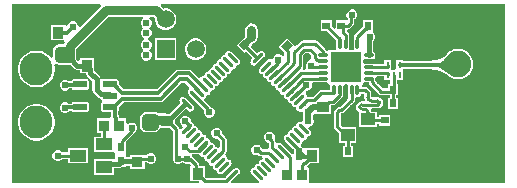
<source format=gtl>
G04*
G04 #@! TF.GenerationSoftware,Altium Limited,Altium Designer,22.10.1 (41)*
G04*
G04 Layer_Physical_Order=1*
G04 Layer_Color=255*
%FSTAX24Y24*%
%MOIN*%
G70*
G04*
G04 #@! TF.SameCoordinates,87BD3A09-32BE-4FA1-A735-6A54E07DCED2*
G04*
G04*
G04 #@! TF.FilePolarity,Positive*
G04*
G01*
G75*
%ADD18R,0.0394X0.0354*%
%ADD19R,0.0098X0.0217*%
%ADD20R,0.0252X0.0236*%
%ADD21R,0.0354X0.0394*%
G04:AMPARAMS|DCode=22|XSize=31.9mil|YSize=10.2mil|CornerRadius=1.3mil|HoleSize=0mil|Usage=FLASHONLY|Rotation=0.000|XOffset=0mil|YOffset=0mil|HoleType=Round|Shape=RoundedRectangle|*
%AMROUNDEDRECTD22*
21,1,0.0319,0.0077,0,0,0.0*
21,1,0.0293,0.0102,0,0,0.0*
1,1,0.0026,0.0147,-0.0038*
1,1,0.0026,-0.0147,-0.0038*
1,1,0.0026,-0.0147,0.0038*
1,1,0.0026,0.0147,0.0038*
%
%ADD22ROUNDEDRECTD22*%
G04:AMPARAMS|DCode=23|XSize=31.9mil|YSize=10.2mil|CornerRadius=1.3mil|HoleSize=0mil|Usage=FLASHONLY|Rotation=90.000|XOffset=0mil|YOffset=0mil|HoleType=Round|Shape=RoundedRectangle|*
%AMROUNDEDRECTD23*
21,1,0.0319,0.0077,0,0,90.0*
21,1,0.0293,0.0102,0,0,90.0*
1,1,0.0026,0.0038,0.0147*
1,1,0.0026,0.0038,-0.0147*
1,1,0.0026,-0.0038,-0.0147*
1,1,0.0026,-0.0038,0.0147*
%
%ADD23ROUNDEDRECTD23*%
%ADD24R,0.0236X0.0252*%
%ADD25R,0.0236X0.0295*%
%ADD26R,0.0472X0.0394*%
G04:AMPARAMS|DCode=27|XSize=11.8mil|YSize=47.2mil|CornerRadius=0mil|HoleSize=0mil|Usage=FLASHONLY|Rotation=135.000|XOffset=0mil|YOffset=0mil|HoleType=Round|Shape=Round|*
%AMOVALD27*
21,1,0.0354,0.0118,0.0000,0.0000,225.0*
1,1,0.0118,0.0125,0.0125*
1,1,0.0118,-0.0125,-0.0125*
%
%ADD27OVALD27*%

G04:AMPARAMS|DCode=28|XSize=11.8mil|YSize=47.2mil|CornerRadius=0mil|HoleSize=0mil|Usage=FLASHONLY|Rotation=225.000|XOffset=0mil|YOffset=0mil|HoleType=Round|Shape=Round|*
%AMOVALD28*
21,1,0.0354,0.0118,0.0000,0.0000,315.0*
1,1,0.0118,-0.0125,0.0125*
1,1,0.0118,0.0125,-0.0125*
%
%ADD28OVALD28*%

%ADD29R,0.0335X0.0374*%
%ADD30R,0.0374X0.0335*%
%ADD31R,0.0551X0.0394*%
G04:AMPARAMS|DCode=32|XSize=47.6mil|YSize=23.2mil|CornerRadius=2.9mil|HoleSize=0mil|Usage=FLASHONLY|Rotation=0.000|XOffset=0mil|YOffset=0mil|HoleType=Round|Shape=RoundedRectangle|*
%AMROUNDEDRECTD32*
21,1,0.0476,0.0174,0,0,0.0*
21,1,0.0418,0.0232,0,0,0.0*
1,1,0.0058,0.0209,-0.0087*
1,1,0.0058,-0.0209,-0.0087*
1,1,0.0058,-0.0209,0.0087*
1,1,0.0058,0.0209,0.0087*
%
%ADD32ROUNDEDRECTD32*%
G04:AMPARAMS|DCode=33|XSize=23.6mil|YSize=29.5mil|CornerRadius=0mil|HoleSize=0mil|Usage=FLASHONLY|Rotation=315.000|XOffset=0mil|YOffset=0mil|HoleType=Round|Shape=Rectangle|*
%AMROTATEDRECTD33*
4,1,4,-0.0188,-0.0021,0.0021,0.0188,0.0188,0.0021,-0.0021,-0.0188,-0.0188,-0.0021,0.0*
%
%ADD33ROTATEDRECTD33*%

G04:AMPARAMS|DCode=34|XSize=25.2mil|YSize=23.6mil|CornerRadius=0mil|HoleSize=0mil|Usage=FLASHONLY|Rotation=45.000|XOffset=0mil|YOffset=0mil|HoleType=Round|Shape=Rectangle|*
%AMROTATEDRECTD34*
4,1,4,-0.0006,-0.0173,-0.0173,-0.0006,0.0006,0.0173,0.0173,0.0006,-0.0006,-0.0173,0.0*
%
%ADD34ROTATEDRECTD34*%

%ADD35R,0.1024X0.1024*%
%ADD36C,0.1004*%
%ADD37C,0.0886*%
%ADD38C,0.1102*%
%ADD39R,0.0594X0.0594*%
%ADD40C,0.0594*%
%ADD41C,0.0100*%
%ADD42C,0.0119*%
%ADD43C,0.0150*%
%ADD44C,0.0200*%
%ADD45C,0.0118*%
%ADD46C,0.0300*%
%ADD47C,0.0118*%
%ADD48C,0.0240*%
G36*
X022949Y005322D02*
X01648D01*
X016433Y005353D01*
X016433Y005382D01*
Y005847D01*
X016385D01*
X016367Y005907D01*
X016376Y005913D01*
X016456Y005993D01*
X016771D01*
Y006507D01*
X016297D01*
X016297Y006507D01*
X01624Y006514D01*
X016202Y006553D01*
X01617Y006566D01*
X016166Y006633D01*
X016181Y006643D01*
X016208Y006682D01*
X016217Y006729D01*
X016235Y006747D01*
X016281Y006756D01*
X016321Y006782D01*
X016347Y006822D01*
X016356Y006868D01*
X016374Y006886D01*
X01642Y006895D01*
X01646Y006921D01*
X016486Y006961D01*
X016495Y007007D01*
X016486Y007054D01*
X01646Y007093D01*
X016393Y00716D01*
X016418Y00722D01*
X016436D01*
X016502Y007247D01*
X016553Y007298D01*
X01658Y007364D01*
Y007436D01*
X016563Y007477D01*
Y007596D01*
X016617Y007639D01*
X016643Y007629D01*
Y007629D01*
X017157D01*
Y007938D01*
X017233D01*
X017233Y007938D01*
X017276Y007946D01*
X017312Y007971D01*
X017531Y00819D01*
X017531Y00819D01*
X017556Y008226D01*
X017564Y008269D01*
Y008277D01*
X017566Y008286D01*
Y008579D01*
X017613Y008628D01*
X017687D01*
X017734Y008579D01*
Y008286D01*
X017735Y008283D01*
Y008168D01*
X017442Y007875D01*
X017434D01*
X017434Y007875D01*
X017391Y007866D01*
X017354Y007842D01*
X017354Y007842D01*
X01729Y007778D01*
X017266Y007741D01*
X017257Y007698D01*
X017257Y007698D01*
Y007214D01*
X017257Y007213D01*
X017266Y007171D01*
X01729Y007134D01*
X017412Y007012D01*
X017412Y007012D01*
X017419Y007007D01*
Y006687D01*
X017615D01*
Y006586D01*
X017549D01*
Y006214D01*
X017905D01*
Y006586D01*
X017839D01*
Y006687D01*
X018012D01*
Y007201D01*
X017579D01*
X017569Y007203D01*
X017569Y007203D01*
X017538D01*
X017481Y00726D01*
Y007593D01*
X017488Y007651D01*
X017531Y007659D01*
X017568Y007683D01*
X017926Y008042D01*
X017926Y008042D01*
X01795Y008078D01*
X017959Y008121D01*
Y008162D01*
X018005Y008211D01*
X018082D01*
X01811Y008217D01*
X018135Y008233D01*
X018151Y008257D01*
X018156Y008286D01*
Y00832D01*
X018261D01*
X018272Y008309D01*
Y008186D01*
X018271D01*
X018284Y008118D01*
X018251Y008058D01*
X018182D01*
Y008059D01*
X018111Y008045D01*
X018052Y008005D01*
X018012Y007946D01*
X017998Y007876D01*
X018012Y007805D01*
X018052Y007746D01*
X018052Y007746D01*
X018064Y007737D01*
X018088Y007713D01*
Y007199D01*
X018681D01*
Y007311D01*
X018764D01*
Y007245D01*
X019136D01*
Y007601D01*
X018764D01*
Y007535D01*
X018681D01*
Y007713D01*
X018497D01*
X018485Y007773D01*
X018518Y007833D01*
X018722D01*
Y007832D01*
X018792Y007846D01*
X018852Y007886D01*
X018892Y007945D01*
X018906Y008016D01*
X018892Y008086D01*
X018852Y008145D01*
X018792Y008185D01*
X018722Y008199D01*
Y008198D01*
X018497D01*
Y008355D01*
X018488Y008398D01*
X018464Y008434D01*
X018464Y008434D01*
X018419Y008479D01*
X018419Y008479D01*
X018387Y008512D01*
X01835Y008536D01*
X018307Y008544D01*
X018307Y008544D01*
X018206D01*
X018195Y008572D01*
X018222Y008628D01*
X018222D01*
Y008647D01*
X018271Y008694D01*
X018414D01*
X018422Y008656D01*
X018446Y008619D01*
X018766Y008299D01*
X018803Y008275D01*
X018846Y008266D01*
X018846Y008266D01*
X019049D01*
Y008264D01*
X019115D01*
Y008186D01*
X019049D01*
Y007814D01*
X019405D01*
Y008186D01*
X019339D01*
Y008264D01*
X019405D01*
Y008636D01*
X019362D01*
Y008764D01*
X019556D01*
Y008911D01*
Y00914D01*
X020266D01*
X02049Y009125D01*
X020604Y009109D01*
X020707Y009089D01*
X020799Y009065D01*
X020879Y009037D01*
X020948Y009006D01*
X020991Y00898D01*
X021013Y008963D01*
X021045Y008935D01*
X021046Y008934D01*
X02105Y008931D01*
X021065Y008918D01*
X021068Y008917D01*
X021083Y008906D01*
X021102Y008892D01*
D01*
X021138Y008863D01*
X021147Y008861D01*
X021153Y008855D01*
X021196Y008837D01*
D01*
X021217Y008828D01*
D01*
X02126Y00881D01*
X021269D01*
X021276Y008806D01*
X021322Y0088D01*
X021346Y008797D01*
X021392Y008791D01*
X0214Y008793D01*
X021408Y008791D01*
X021524Y008806D01*
X02153Y00881D01*
D01*
X021531Y00881D01*
X02154D01*
X021583Y008828D01*
D01*
X021647Y008855D01*
X021653Y00886D01*
D01*
X021653Y008861D01*
X021655Y008861D01*
D01*
X021662Y008863D01*
X021671Y008871D01*
X021698Y008892D01*
D01*
X021754Y008934D01*
X021758Y008941D01*
D01*
X021758Y008942D01*
X021766Y008946D01*
X021794Y008983D01*
D01*
X021837Y009038D01*
X021839Y009045D01*
D01*
X021839Y009047D01*
X021841Y009049D01*
X021845Y009053D01*
X02189Y00916D01*
Y009168D01*
D01*
Y009169D01*
X021894Y009176D01*
X0219Y009222D01*
D01*
X021909Y009292D01*
X021907Y009299D01*
D01*
X021907Y0093D01*
X021909Y009308D01*
X021904Y009346D01*
X021894Y009424D01*
X02189Y00943D01*
D01*
X02189Y009431D01*
Y009432D01*
Y00944D01*
X021872Y009483D01*
D01*
X021863Y009504D01*
X021845Y009547D01*
X021839Y009553D01*
X021837Y009562D01*
X021835Y009564D01*
X021794Y009617D01*
X021766Y009654D01*
X021758Y009658D01*
X021758Y009659D01*
D01*
X021754Y009666D01*
X021662Y009737D01*
X021655Y009739D01*
D01*
X021653Y009739D01*
X021647Y009745D01*
X021604Y009763D01*
D01*
X02154Y00979D01*
X021531D01*
X021524Y009794D01*
X021478Y0098D01*
D01*
X021408Y009809D01*
X0214Y009807D01*
X021392Y009809D01*
X021346Y009803D01*
X021276Y009794D01*
D01*
X021269Y00979D01*
X02126D01*
X021166Y009751D01*
X021153Y009745D01*
X021147Y009739D01*
X021145Y009739D01*
D01*
X021138Y009737D01*
X021046Y009666D01*
X021042Y009659D01*
D01*
X021042Y009658D01*
X021037Y009656D01*
X021034Y009654D01*
X021016Y009631D01*
X021014Y00963D01*
D01*
X020984Y009597D01*
D01*
X020971Y009584D01*
X020918Y009546D01*
X020854Y00951D01*
X020777Y009479D01*
X020689Y009452D01*
X020589Y00943D01*
X020477Y009412D01*
X020247Y009394D01*
X019556D01*
Y009436D01*
X019503D01*
X019496Y009438D01*
X019398D01*
X019391Y009436D01*
X019338D01*
Y009382D01*
X019335Y009376D01*
Y009316D01*
X019325Y009291D01*
Y009267D01*
Y009243D01*
X019335Y009219D01*
Y009159D01*
X019311Y009101D01*
X019162D01*
Y009195D01*
X019165Y00921D01*
Y009267D01*
X019162Y009282D01*
Y009436D01*
X018944D01*
Y009312D01*
X018567D01*
X018564Y009313D01*
X018271D01*
X018222Y00936D01*
Y009434D01*
X018271Y009481D01*
X018361D01*
X018381Y009468D01*
X018434Y009457D01*
X018487Y009468D01*
X018507Y009481D01*
X018564D01*
X018593Y009487D01*
X018617Y009503D01*
X018633Y009527D01*
X018639Y009555D01*
Y009632D01*
X018633Y00966D01*
X018617Y009685D01*
X018593Y009701D01*
X018571Y009705D01*
Y010067D01*
X018603Y010098D01*
X01863Y010164D01*
Y010236D01*
X018603Y010302D01*
X018593Y010312D01*
X018578Y010366D01*
X018578Y010366D01*
X018578D01*
X018578Y010366D01*
Y010781D01*
X018222D01*
Y010554D01*
X017964Y010297D01*
X01794Y01026D01*
X017932Y010217D01*
X017932Y010217D01*
Y010117D01*
X017931Y010114D01*
Y009821D01*
X017884Y009772D01*
X01781D01*
X017763Y009821D01*
Y010114D01*
X017761Y010123D01*
Y010277D01*
X017761Y010277D01*
X017752Y01032D01*
X017728Y010356D01*
X017728Y010356D01*
X017688Y010396D01*
Y010424D01*
X017727Y010465D01*
X01777Y010473D01*
X017806Y010497D01*
X017909Y010601D01*
X017909Y010601D01*
X017934Y010637D01*
X017942Y01068D01*
Y010792D01*
X017953Y010796D01*
X018004Y010847D01*
X018031Y010913D01*
Y010985D01*
X018004Y011051D01*
X017953Y011102D01*
X017887Y011129D01*
X017815D01*
X017749Y011102D01*
X017698Y011051D01*
X017671Y010985D01*
Y010913D01*
X017698Y010847D01*
X017718Y010828D01*
Y010802D01*
X017686Y010755D01*
X017314D01*
Y010508D01*
X017259Y010485D01*
X017186Y010557D01*
Y010755D01*
X016814D01*
Y010399D01*
X017027D01*
X01734Y010086D01*
Y009969D01*
X01734Y009969D01*
X017341Y009965D01*
Y009821D01*
X017293Y009772D01*
X017078D01*
Y009772D01*
X017025Y009736D01*
X016992Y009754D01*
X016986Y009785D01*
X016962Y009821D01*
X016962Y009821D01*
X01672Y010062D01*
X016684Y010087D01*
X016641Y010095D01*
X016641Y010095D01*
X016231D01*
X016231Y010095D01*
X016189Y010087D01*
X016152Y010062D01*
X016152Y010062D01*
X016016Y009926D01*
X015963Y009911D01*
X015711Y010163D01*
X015417Y009869D01*
X015584Y009703D01*
X01559Y009693D01*
X015607Y009676D01*
Y009669D01*
X015607Y009669D01*
X015607Y009669D01*
Y009576D01*
X015574Y009561D01*
X015547Y009558D01*
X015502Y009603D01*
X015436Y00963D01*
X015364D01*
X015298Y009603D01*
X015247Y009552D01*
X015223Y009493D01*
X015201Y009475D01*
X015188Y009469D01*
X01516Y009459D01*
X015121Y009467D01*
X015075Y009458D01*
X015035Y009431D01*
X014785Y009181D01*
X014759Y009142D01*
X014749Y009095D01*
X014759Y009049D01*
X014785Y009009D01*
X014824Y008983D01*
X014871Y008974D01*
X014888Y008956D01*
X014898Y008909D01*
X014924Y00887D01*
X014963Y008844D01*
X01501Y008834D01*
X015028Y008817D01*
X015037Y00877D01*
X015063Y008731D01*
X015103Y008705D01*
X015149Y008695D01*
X015167Y008677D01*
X015176Y008631D01*
X015202Y008592D01*
X015242Y008565D01*
X015288Y008556D01*
X015306Y008538D01*
X015315Y008492D01*
X015342Y008452D01*
X015381Y008426D01*
X015427Y008417D01*
X015445Y008399D01*
X015455Y008353D01*
X015481Y008313D01*
X01552Y008287D01*
X015567Y008278D01*
X015584Y00826D01*
X015594Y008213D01*
X01562Y008174D01*
X015659Y008148D01*
X015706Y008138D01*
X015724Y008121D01*
X015733Y008074D01*
X015759Y008035D01*
X015799Y008009D01*
X015845Y007999D01*
X015863Y007982D01*
X015872Y007935D01*
X015898Y007896D01*
X015938Y007869D01*
X015984Y00786D01*
X016002Y007842D01*
X016011Y007796D01*
X016038Y007756D01*
X016077Y00773D01*
X016123Y007721D01*
X01616Y007728D01*
X016197Y007709D01*
X01622Y007691D01*
Y007664D01*
X016237Y007623D01*
Y007477D01*
X01622Y007436D01*
Y007409D01*
X016197Y007391D01*
X01616Y007372D01*
X016123Y007379D01*
X016077Y00737D01*
X016038Y007344D01*
X016011Y007304D01*
X016002Y007258D01*
X015984Y00724D01*
X015938Y007231D01*
X015898Y007204D01*
X015872Y007165D01*
X015863Y007118D01*
X015845Y007101D01*
X015799Y007091D01*
X015759Y007065D01*
X015733Y007026D01*
X015724Y006979D01*
X015706Y006962D01*
X015659Y006952D01*
X01562Y006926D01*
X015594Y006887D01*
X015584Y00684D01*
X015594Y006794D01*
X01562Y006754D01*
X015871Y006504D01*
X015895Y006487D01*
X015928Y006455D01*
X01592Y006436D01*
Y006364D01*
X015931Y006336D01*
X015919Y006305D01*
X015906Y006298D01*
X015851Y006291D01*
X015791Y006352D01*
X01579Y006358D01*
X015764Y006397D01*
X015513Y006648D01*
X015474Y006674D01*
X015427Y006683D01*
X015381Y006674D01*
X015372Y006668D01*
X015312Y0067D01*
Y006737D01*
X015304Y006779D01*
X015285Y006808D01*
X015292Y006826D01*
Y006898D01*
X015265Y006964D01*
X015214Y007015D01*
X015148Y007042D01*
X015076D01*
X01501Y007015D01*
X01496Y006964D01*
X014932Y006898D01*
Y006826D01*
X01496Y00676D01*
X01501Y00671D01*
X015076Y006682D01*
X015088D01*
Y006521D01*
X015086Y006509D01*
X015036Y006462D01*
X014868D01*
Y006474D01*
X01484Y00654D01*
X01479Y00659D01*
X014724Y006618D01*
X014652D01*
X014586Y00659D01*
X014535Y00654D01*
X014508Y006474D01*
Y006402D01*
X014535Y006336D01*
X014586Y006285D01*
X014652Y006258D01*
X014724D01*
X014742Y006265D01*
X014771Y006246D01*
X014813Y006238D01*
X014813Y006238D01*
X014857D01*
X014872Y00622D01*
X014895Y006178D01*
X014888Y006144D01*
X014871Y006126D01*
X014824Y006117D01*
X014785Y006091D01*
X014759Y006051D01*
X014749Y006005D01*
X014732Y005987D01*
X014685Y005978D01*
X014646Y005952D01*
X014619Y005912D01*
X01461Y005866D01*
X014592Y005848D01*
X014546Y005839D01*
X014506Y005812D01*
X01448Y005773D01*
X014471Y005727D01*
X01448Y00568D01*
X014506Y005641D01*
X014757Y00539D01*
X014769Y005382D01*
X014751Y005322D01*
X013849D01*
X013831Y005382D01*
X013843Y00539D01*
X014094Y005641D01*
X01412Y00568D01*
X014129Y005727D01*
X01412Y005773D01*
X014094Y005812D01*
X014054Y005839D01*
X014008Y005848D01*
X013961Y005839D01*
X013922Y005812D01*
X013671Y005562D01*
X013655Y005537D01*
X01362Y005502D01*
X013003D01*
X012953Y005552D01*
Y005907D01*
X012762D01*
Y00595D01*
X012754Y005993D01*
X012729Y006029D01*
X012729Y006029D01*
X012556Y006202D01*
X01252Y006227D01*
X012516Y006235D01*
X012545Y006288D01*
X01275D01*
X01275Y006288D01*
X01281Y006265D01*
X012836Y006225D01*
X012876Y006199D01*
X012922Y00619D01*
X01294Y006172D01*
X012949Y006126D01*
X012975Y006086D01*
X013015Y00606D01*
X013061Y006051D01*
X013079Y006033D01*
X013088Y005986D01*
X013115Y005947D01*
X013154Y005921D01*
X0132Y005911D01*
X013218Y005894D01*
X013227Y005847D01*
X013254Y005808D01*
X013293Y005781D01*
X01334Y005772D01*
X013357Y005754D01*
X013367Y005708D01*
X013393Y005669D01*
X013432Y005642D01*
X013479Y005633D01*
X013525Y005642D01*
X013565Y005669D01*
X013815Y005919D01*
X013841Y005958D01*
X013851Y006005D01*
X013841Y006051D01*
X013815Y006091D01*
X013776Y006117D01*
X013729Y006126D01*
X013712Y006144D01*
X013702Y006191D01*
X013676Y00623D01*
X013655Y006244D01*
X013639Y006312D01*
X013647Y00632D01*
X013647Y00632D01*
X013671Y006357D01*
X01368Y0064D01*
X01368Y0064D01*
Y006782D01*
X01368Y006782D01*
X013671Y006825D01*
X013647Y006862D01*
X013647Y006862D01*
X01353Y006978D01*
Y007036D01*
X013503Y007102D01*
X013452Y007153D01*
X013386Y00718D01*
X013314D01*
X013248Y007153D01*
X013197Y007102D01*
X01317Y007036D01*
Y006964D01*
X013197Y006898D01*
X013248Y006847D01*
X013314Y00682D01*
X013371D01*
X013455Y006736D01*
Y00653D01*
X013409Y006513D01*
X013395Y00651D01*
X013358Y006535D01*
X013312Y006544D01*
X013294Y006562D01*
X013285Y006608D01*
X013258Y006648D01*
X013219Y006674D01*
X013173Y006683D01*
X013155Y006701D01*
X013145Y006747D01*
X013119Y006787D01*
X01308Y006813D01*
X013033Y006822D01*
X013016Y00684D01*
X013006Y006887D01*
X01298Y006926D01*
X012941Y006952D01*
X012894Y006962D01*
X012876Y006979D01*
X012867Y007026D01*
X012841Y007065D01*
X012801Y007091D01*
X012755Y007101D01*
X012737Y007118D01*
X012728Y007165D01*
X012702Y007204D01*
X012662Y007231D01*
X012616Y00724D01*
X012598Y007258D01*
X012589Y007304D01*
X012562Y007344D01*
X012523Y00737D01*
X01248Y007378D01*
X01248Y007379D01*
Y007436D01*
X012453Y007502D01*
X012402Y007553D01*
X012336Y00758D01*
X012264D01*
X012198Y007553D01*
X012147Y007502D01*
X01212Y007436D01*
Y007364D01*
X012147Y007298D01*
X012198Y007247D01*
X012206Y007244D01*
X01222Y007173D01*
X012178Y007131D01*
X01217Y007131D01*
X012114Y007152D01*
X01211Y007171D01*
X012086Y007208D01*
X011957Y007337D01*
Y007458D01*
X012323Y007824D01*
X012391Y007756D01*
X01243Y00773D01*
X012477Y007721D01*
X012523Y00773D01*
X012562Y007756D01*
X012589Y007796D01*
X012598Y007842D01*
X012589Y007889D01*
X012562Y007928D01*
X012312Y008179D01*
X012272Y008205D01*
X012226Y008214D01*
X01218Y008205D01*
X01214Y008179D01*
X012114Y008139D01*
X012105Y008093D01*
X012114Y008046D01*
X012131Y008021D01*
X011762Y007653D01*
X011694D01*
X011673Y007657D01*
X011393D01*
X011332Y007698D01*
X01125Y007714D01*
X011D01*
X010918Y007698D01*
X010849Y007651D01*
X010802Y007582D01*
X010786Y0075D01*
Y00725D01*
X010802Y007168D01*
X010849Y007099D01*
X010918Y007052D01*
X011Y007036D01*
X01125D01*
X011332Y007052D01*
X011401Y007099D01*
X011448Y007168D01*
X01145Y007179D01*
X011798D01*
X011895Y007082D01*
Y006209D01*
X011895Y006209D01*
X011895Y006208D01*
X011885Y006186D01*
Y006114D01*
X011913Y006048D01*
X011963Y005997D01*
X01203Y00597D01*
X012101D01*
X012167Y005997D01*
X012208Y006038D01*
X012248Y005997D01*
X012314Y00597D01*
X012386D01*
X012446Y005995D01*
X012495Y005946D01*
X012479Y005907D01*
X012479D01*
Y005393D01*
X012752D01*
X012759Y005382D01*
X012727Y005322D01*
X00654D01*
Y011298D01*
X009463D01*
X009468Y011291D01*
X009485Y011238D01*
X00879Y010543D01*
X00873Y010568D01*
Y010586D01*
X008703Y010652D01*
X008652Y010703D01*
X008586Y01073D01*
X008514D01*
X008448Y010703D01*
X008397Y010652D01*
X00837Y010586D01*
X008363Y010582D01*
X008303Y010607D01*
Y010607D01*
X007829D01*
Y010093D01*
X008256D01*
X008265Y010084D01*
X008286Y010033D01*
X008252Y009982D01*
X008249Y009964D01*
X0081D01*
X008018Y009948D01*
X007949Y009901D01*
X007902Y009832D01*
X007886Y00975D01*
Y009533D01*
X007826Y009514D01*
X007818Y009525D01*
X007733Y009611D01*
X007633Y009677D01*
X007522Y009724D01*
X007404Y009747D01*
X007284D01*
X007165Y009724D01*
X007054Y009677D01*
X006954Y009611D01*
X006869Y009525D01*
X006802Y009425D01*
X006756Y009314D01*
X006733Y009196D01*
Y009076D01*
X006756Y008958D01*
X006802Y008846D01*
X006869Y008746D01*
X006954Y008661D01*
X007054Y008594D01*
X007165Y008548D01*
X007284Y008525D01*
X007404D01*
X007522Y008548D01*
X007633Y008594D01*
X007733Y008661D01*
X007818Y008746D01*
X007885Y008846D01*
X007931Y008958D01*
X007955Y009076D01*
Y009196D01*
X007937Y009284D01*
X007991Y00932D01*
X008018Y009302D01*
X0081Y009286D01*
X00845D01*
X008466Y009289D01*
X008603Y009153D01*
X008603Y009153D01*
X008647Y009123D01*
X0087Y009112D01*
X008797D01*
Y008993D01*
X009003D01*
X009009Y008961D01*
X009039Y008916D01*
X009212Y008743D01*
Y008438D01*
X009223Y008385D01*
X009253Y008341D01*
X009399Y008194D01*
X009444Y008164D01*
X009496Y008154D01*
X009501Y008128D01*
X009521Y008099D01*
X009522Y008098D01*
Y008028D01*
X009521Y008027D01*
X009501Y007998D01*
X009494Y007963D01*
Y007789D01*
X009501Y007754D01*
X009521Y007725D01*
X00955Y007705D01*
X009585Y007698D01*
X009829D01*
Y007554D01*
X009828Y007549D01*
X009778Y007497D01*
X009367D01*
Y007003D01*
X009482D01*
Y006881D01*
X009247D01*
Y006367D01*
X009912D01*
X009919Y006367D01*
X009972Y006351D01*
X009972Y006281D01*
X009972Y006259D01*
Y006149D01*
X009919Y006133D01*
X009919Y006133D01*
Y006133D01*
X009919Y006133D01*
X009247D01*
Y005619D01*
X009919D01*
Y00584D01*
X010084D01*
X010136Y005851D01*
X010159Y005866D01*
X010328D01*
Y005921D01*
X010453D01*
Y005817D01*
X010947D01*
Y006038D01*
X011007D01*
X011048Y005997D01*
X011114Y00597D01*
X011186D01*
X011252Y005997D01*
X011303Y006048D01*
X01133Y006114D01*
Y006186D01*
X011303Y006252D01*
X011252Y006303D01*
X011186Y00633D01*
X011114D01*
X011048Y006303D01*
X011007Y006262D01*
X010947D01*
Y006271D01*
X010453D01*
Y006197D01*
X010371D01*
X010328Y006239D01*
X010328Y006319D01*
X010328Y006341D01*
Y006719D01*
X010602Y006994D01*
X010618Y007018D01*
X010625Y007021D01*
X010676Y007071D01*
X010703Y007137D01*
Y007209D01*
X010676Y007275D01*
X010625Y007326D01*
X010559Y007353D01*
X010487D01*
X010421Y007326D01*
X010393Y007298D01*
X010333Y007323D01*
Y007497D01*
X010176D01*
X010119Y007503D01*
X010109Y007549D01*
X010083Y007588D01*
X010071Y0076D01*
Y00773D01*
X010087Y007754D01*
X010094Y007789D01*
Y007883D01*
X010122Y007911D01*
X01015Y007929D01*
X010252Y008031D01*
X011482D01*
X011482Y008031D01*
X011528Y00804D01*
X011568Y008067D01*
X012182Y008681D01*
X012241D01*
X012252Y008679D01*
X012252Y008679D01*
X0123D01*
X012442Y008537D01*
X012429Y008464D01*
X012419Y008457D01*
X012392Y008418D01*
X012383Y008371D01*
X012392Y008325D01*
X012419Y008285D01*
X012669Y008035D01*
X012708Y008009D01*
X012938Y007779D01*
X01292Y007736D01*
Y007664D01*
X012947Y007598D01*
X012998Y007547D01*
X013064Y00752D01*
X013136D01*
X013202Y007547D01*
X013253Y007598D01*
X01328Y007664D01*
Y007736D01*
X013253Y007802D01*
X013202Y007853D01*
X01316Y00787D01*
X013152Y007882D01*
X013152Y007882D01*
X012943Y008092D01*
X012959Y00816D01*
X01298Y008174D01*
X013006Y008213D01*
X013016Y00826D01*
X013033Y008278D01*
X01308Y008287D01*
X013119Y008313D01*
X013145Y008353D01*
X013155Y008399D01*
X013173Y008417D01*
X013219Y008426D01*
X013258Y008452D01*
X013285Y008492D01*
X013294Y008538D01*
X013312Y008556D01*
X013358Y008565D01*
X013398Y008592D01*
X013424Y008631D01*
X013433Y008677D01*
X013451Y008695D01*
X013497Y008705D01*
X013537Y008731D01*
X013563Y00877D01*
X013572Y008817D01*
X01359Y008834D01*
X013637Y008844D01*
X013676Y00887D01*
X013702Y008909D01*
X013712Y008956D01*
X013729Y008974D01*
X013776Y008983D01*
X013815Y009009D01*
X013841Y009049D01*
X013851Y009095D01*
X013868Y009113D01*
X013915Y009122D01*
X013954Y009148D01*
X013981Y009188D01*
X01399Y009234D01*
X014008Y009252D01*
X014054Y009261D01*
X014094Y009288D01*
X01412Y009327D01*
X014129Y009373D01*
X01412Y00942D01*
X014094Y009459D01*
X013843Y00971D01*
X013804Y009736D01*
X013757Y009745D01*
X013711Y009736D01*
X013671Y00971D01*
X013645Y00967D01*
X013636Y009624D01*
X013618Y009606D01*
X013571Y009597D01*
X013532Y009571D01*
X013506Y009531D01*
X013497Y009485D01*
X013479Y009467D01*
X013432Y009458D01*
X013393Y009431D01*
X013367Y009392D01*
X013357Y009346D01*
X01334Y009328D01*
X013293Y009319D01*
X013254Y009292D01*
X013227Y009253D01*
X013218Y009206D01*
X0132Y009189D01*
X013154Y009179D01*
X013115Y009153D01*
X013088Y009114D01*
X013079Y009067D01*
X013061Y009049D01*
X013015Y00904D01*
X012975Y009014D01*
X012949Y008974D01*
X01294Y008928D01*
X012922Y00891D01*
X012876Y008901D01*
X012836Y008875D01*
X012826Y00886D01*
X012755Y008846D01*
X012515Y009086D01*
X012476Y009112D01*
X01243Y009121D01*
X01243Y009121D01*
X01205D01*
X01205Y009121D01*
X012004Y009112D01*
X011964Y009086D01*
X011964Y009086D01*
X01135Y008471D01*
X01025D01*
X01015Y008571D01*
X010122Y008589D01*
X010094Y008617D01*
Y008711D01*
X010087Y008746D01*
X010067Y008775D01*
X010038Y008795D01*
X010003Y008802D01*
X009585D01*
X00955Y008795D01*
X009548Y008793D01*
X009531Y008795D01*
X009484Y00882D01*
X009477Y008853D01*
X009447Y008897D01*
X009447Y008897D01*
X009274Y009071D01*
Y009148D01*
X009274Y009148D01*
X009271Y009161D01*
Y009507D01*
X008797D01*
Y009432D01*
X008737Y009408D01*
X008661Y009484D01*
X008664Y0095D01*
Y009811D01*
X009739Y010886D01*
X010883D01*
X010896Y010834D01*
X010897Y010826D01*
X010847Y010777D01*
X01082Y01071D01*
Y010639D01*
X010847Y010573D01*
X010868Y010552D01*
X010892Y010512D01*
X010868Y010473D01*
X010847Y010452D01*
X01082Y010386D01*
Y010314D01*
X010847Y010248D01*
X010898Y010197D01*
X010934Y010182D01*
Y010118D01*
X010898Y010103D01*
X010847Y010052D01*
X01082Y009986D01*
Y009914D01*
X010847Y009848D01*
X010884Y009812D01*
X010893Y009775D01*
X010884Y009738D01*
X010847Y009702D01*
X01082Y009636D01*
Y009564D01*
X010847Y009498D01*
X010898Y009447D01*
X010964Y00942D01*
X011036D01*
X011102Y009447D01*
X011153Y009498D01*
X01118Y009564D01*
Y009636D01*
X011153Y009702D01*
X011116Y009738D01*
X011107Y009775D01*
X011116Y009812D01*
X011153Y009848D01*
X01118Y009914D01*
Y009986D01*
X011153Y010052D01*
X011102Y010103D01*
X011066Y010118D01*
Y010182D01*
X011102Y010197D01*
X011153Y010248D01*
X01118Y010314D01*
Y010386D01*
X011153Y010452D01*
X011132Y010473D01*
X011108Y010512D01*
X011132Y010552D01*
X011153Y010573D01*
X01118Y010639D01*
Y01071D01*
X011153Y010777D01*
X011103Y010826D01*
X011104Y010834D01*
X011117Y010886D01*
X011239D01*
X011293Y010831D01*
Y010753D01*
X011317Y010662D01*
X011364Y010581D01*
X011431Y010514D01*
X011512Y010467D01*
X011603Y010443D01*
X011697D01*
X011788Y010467D01*
X011869Y010514D01*
X011936Y010581D01*
X011983Y010662D01*
X012007Y010753D01*
Y010847D01*
X011983Y010938D01*
X011936Y011019D01*
X011869Y011086D01*
X011788Y011133D01*
X011697Y011157D01*
X011603D01*
X01158Y011151D01*
X011492Y011238D01*
X011509Y011291D01*
X011514Y011298D01*
X022949D01*
Y005322D01*
D02*
G37*
G36*
X016501Y009591D02*
Y009504D01*
X016501Y009504D01*
X016504Y00949D01*
X016466Y009432D01*
X016459Y009428D01*
X016398Y009403D01*
X016347Y009352D01*
X01632Y009286D01*
Y009214D01*
X016336Y009175D01*
X016302Y009115D01*
X016245D01*
X016215Y009175D01*
X016224Y009188D01*
X016232Y009231D01*
X016232Y009231D01*
Y009599D01*
X016301Y009668D01*
X016423D01*
X016501Y009591D01*
D02*
G37*
G36*
X021107Y008967D02*
X021054Y009013D01*
X020911Y009121D01*
X020869Y009148D01*
X02083Y00917D01*
X020793Y009186D01*
X02076Y009198D01*
X020729Y009206D01*
X020701Y009208D01*
X020692Y009327D01*
X020723Y009329D01*
X020755Y009337D01*
X020789Y00935D01*
X020824Y009368D01*
X02086Y009391D01*
X020897Y00942D01*
X020936Y009454D01*
X020977Y009493D01*
X021062Y009586D01*
X021107Y008967D01*
D02*
G37*
G36*
X018944Y008764D02*
X019138D01*
Y008636D01*
X019049D01*
Y00849D01*
X018892D01*
X018638Y008745D01*
Y008762D01*
X018639Y008768D01*
Y008845D01*
X018688Y008891D01*
X018944D01*
Y008764D01*
D02*
G37*
G36*
X016736Y008694D02*
X017029D01*
X017078Y008647D01*
Y008628D01*
X017097D01*
X017144Y008579D01*
Y008438D01*
X016831D01*
X016831Y008438D01*
X016788Y008429D01*
X016751Y008405D01*
X016751Y008405D01*
X016551Y008205D01*
X01642D01*
X016374Y008214D01*
X016356Y008232D01*
X016347Y008279D01*
X016321Y008318D01*
X016323Y008384D01*
X016343Y008408D01*
X016371D01*
X016437Y008435D01*
X016488Y008486D01*
X016515Y008552D01*
Y008624D01*
X016511Y008635D01*
X016551Y008694D01*
X016733D01*
X016736Y008694D01*
D02*
G37*
%LPC*%
G36*
X012697Y010157D02*
X012603D01*
X012512Y010133D01*
X012431Y010086D01*
X012364Y010019D01*
X012317Y009938D01*
X012293Y009847D01*
Y009753D01*
X012317Y009662D01*
X012364Y009581D01*
X012431Y009514D01*
X012512Y009467D01*
X012603Y009443D01*
X012697D01*
X012788Y009467D01*
X012869Y009514D01*
X012936Y009581D01*
X012983Y009662D01*
X013007Y009753D01*
Y009847D01*
X012983Y009938D01*
X012936Y010019D01*
X012869Y010086D01*
X012788Y010133D01*
X012697Y010157D01*
D02*
G37*
G36*
X012007D02*
X011293D01*
Y009443D01*
X012007D01*
Y010157D01*
D02*
G37*
G36*
X0145Y010656D02*
X014418Y010639D01*
X014349Y010593D01*
X014302Y010523D01*
X014286Y010442D01*
Y0102D01*
X014286Y010198D01*
X014157Y010068D01*
X014148Y010055D01*
X014015Y009922D01*
X014267Y00967D01*
X014319Y009722D01*
X014544Y009497D01*
X014506Y009459D01*
X01448Y00942D01*
X014471Y009373D01*
X01448Y009327D01*
X014506Y009288D01*
X014546Y009261D01*
X014592Y009252D01*
X014639Y009261D01*
X014678Y009288D01*
X014929Y009538D01*
X014955Y009578D01*
X014964Y009624D01*
X014955Y00967D01*
X014929Y00971D01*
X014889Y009736D01*
X014843Y009745D01*
X014796Y009736D01*
X014757Y00971D01*
X014703Y009656D01*
X014478Y009881D01*
X01453Y009933D01*
X01452Y009943D01*
X014552Y009996D01*
X014582Y010002D01*
X014651Y010049D01*
X014698Y010118D01*
X014714Y0102D01*
Y010442D01*
X014698Y010523D01*
X014651Y010593D01*
X014582Y010639D01*
X0145Y010656D01*
D02*
G37*
G36*
X009015Y008802D02*
X008597D01*
X008562Y008795D01*
X008533Y008775D01*
X008513Y008746D01*
X00851Y008733D01*
X008421D01*
X008402Y008753D01*
X008336Y00878D01*
X008264D01*
X008198Y008753D01*
X008147Y008702D01*
X00812Y008636D01*
Y008564D01*
X008147Y008498D01*
X008198Y008447D01*
X008264Y00842D01*
X008336D01*
X008402Y008447D01*
X008446Y008491D01*
X00852D01*
X008533Y008473D01*
X008562Y008453D01*
X008597Y008446D01*
X009015D01*
X00905Y008453D01*
X009079Y008473D01*
X009099Y008502D01*
X009106Y008537D01*
Y008711D01*
X009099Y008746D01*
X009079Y008775D01*
X00905Y008795D01*
X009015Y008802D01*
D02*
G37*
G36*
Y008054D02*
X008597D01*
X008562Y008047D01*
X008533Y008027D01*
X008513Y007998D01*
X00851Y007984D01*
X008421D01*
X008402Y008003D01*
X008336Y00803D01*
X008264D01*
X008198Y008003D01*
X008147Y007952D01*
X00812Y007886D01*
Y007814D01*
X008147Y007748D01*
X008198Y007697D01*
X008264Y00767D01*
X008336D01*
X008402Y007697D01*
X008446Y007742D01*
X008521D01*
X008533Y007725D01*
X008562Y007705D01*
X008597Y007698D01*
X009015D01*
X00905Y007705D01*
X009079Y007725D01*
X009099Y007754D01*
X009106Y007789D01*
Y007963D01*
X009099Y007998D01*
X009079Y008027D01*
X00905Y008047D01*
X009015Y008054D01*
D02*
G37*
G36*
X007404Y007975D02*
X007284D01*
X007165Y007952D01*
X007054Y007906D01*
X006954Y007839D01*
X006869Y007754D01*
X006802Y007654D01*
X006756Y007542D01*
X006733Y007424D01*
Y007304D01*
X006756Y007186D01*
X006802Y007075D01*
X006869Y006975D01*
X006954Y006889D01*
X007054Y006823D01*
X007165Y006776D01*
X007284Y006753D01*
X007404D01*
X007522Y006776D01*
X007633Y006823D01*
X007733Y006889D01*
X007818Y006975D01*
X007885Y007075D01*
X007931Y007186D01*
X007955Y007304D01*
Y007424D01*
X007931Y007542D01*
X007885Y007654D01*
X007818Y007754D01*
X007733Y007839D01*
X007633Y007906D01*
X007522Y007952D01*
X007404Y007975D01*
D02*
G37*
G36*
X009053Y006507D02*
X008381D01*
Y006362D01*
X008193D01*
X008152Y006403D01*
X008086Y00643D01*
X008014D01*
X007948Y006403D01*
X007897Y006352D01*
X00787Y006286D01*
Y006214D01*
X007897Y006148D01*
X007948Y006097D01*
X008014Y00607D01*
X008086D01*
X008152Y006097D01*
X008193Y006138D01*
X008381D01*
Y005993D01*
X009053D01*
Y006507D01*
D02*
G37*
%LPD*%
D18*
X0169Y007334D02*
D03*
Y007866D02*
D03*
X0117Y006884D02*
D03*
Y007416D02*
D03*
D19*
X019053Y008933D02*
D03*
Y009267D02*
D03*
X019447Y008933D02*
D03*
Y009267D02*
D03*
X01925Y008933D02*
D03*
Y009267D02*
D03*
D20*
X0175Y010577D02*
D03*
Y010923D02*
D03*
X017Y010577D02*
D03*
Y010923D02*
D03*
X01895Y007077D02*
D03*
Y007423D02*
D03*
D21*
X016534Y00625D02*
D03*
X017066D02*
D03*
X012184Y00565D02*
D03*
X012716D02*
D03*
X009034Y00925D02*
D03*
X009566D02*
D03*
X008066Y01035D02*
D03*
X007534D02*
D03*
D22*
X018418Y009594D02*
D03*
Y009397D02*
D03*
Y0092D02*
D03*
Y009003D02*
D03*
Y008806D02*
D03*
X016882D02*
D03*
Y009003D02*
D03*
Y0092D02*
D03*
Y009397D02*
D03*
Y009594D02*
D03*
D23*
X017256Y009968D02*
D03*
X017453D02*
D03*
X01765D02*
D03*
X017847D02*
D03*
X018044D02*
D03*
Y008432D02*
D03*
X017847D02*
D03*
X01765D02*
D03*
X017453D02*
D03*
X017256D02*
D03*
D24*
X019573Y00845D02*
D03*
X019227D02*
D03*
X019573Y008D02*
D03*
X019227D02*
D03*
X018073Y0064D02*
D03*
X017727D02*
D03*
D25*
X0184Y010574D02*
D03*
Y011026D02*
D03*
X01015Y006526D02*
D03*
Y006074D02*
D03*
D26*
X018385Y006944D02*
D03*
X017715D02*
D03*
Y007456D02*
D03*
X018385D02*
D03*
D27*
X013882Y005601D02*
D03*
X013743Y00574D02*
D03*
X013604Y00588D02*
D03*
X013465Y006019D02*
D03*
X013326Y006158D02*
D03*
X013186Y006297D02*
D03*
X013047Y006436D02*
D03*
X012908Y006576D02*
D03*
X012769Y006715D02*
D03*
X01263Y006854D02*
D03*
X01249Y006993D02*
D03*
X012351Y007132D02*
D03*
X014718Y009499D02*
D03*
X014857Y00936D02*
D03*
X014996Y00922D02*
D03*
X015135Y009081D02*
D03*
X015274Y008942D02*
D03*
X015414Y008803D02*
D03*
X015553Y008664D02*
D03*
X015692Y008524D02*
D03*
X015831Y008385D02*
D03*
X01597Y008246D02*
D03*
X01611Y008107D02*
D03*
X016249Y007968D02*
D03*
D28*
X012351D02*
D03*
X01249Y008107D02*
D03*
X01263Y008246D02*
D03*
X012769Y008385D02*
D03*
X012908Y008524D02*
D03*
X013047Y008664D02*
D03*
X013186Y008803D02*
D03*
X013326Y008942D02*
D03*
X013465Y009081D02*
D03*
X013604Y00922D02*
D03*
X013743Y00936D02*
D03*
X013882Y009499D02*
D03*
X016249Y007132D02*
D03*
X01611Y006993D02*
D03*
X01597Y006854D02*
D03*
X015831Y006715D02*
D03*
X015692Y006576D02*
D03*
X015553Y006436D02*
D03*
X015414Y006297D02*
D03*
X015274Y006158D02*
D03*
X015135Y006019D02*
D03*
X014996Y00588D02*
D03*
X014857Y00574D02*
D03*
X014718Y005601D02*
D03*
D29*
X016206Y0056D02*
D03*
X015694D02*
D03*
X010106Y00725D02*
D03*
X009594D02*
D03*
D30*
X0107Y006556D02*
D03*
Y006044D02*
D03*
D31*
X009583Y005876D02*
D03*
Y006624D02*
D03*
X008717Y00625D02*
D03*
D32*
X008806Y008624D02*
D03*
X009794D02*
D03*
Y00825D02*
D03*
Y007876D02*
D03*
X008806D02*
D03*
Y00825D02*
D03*
D33*
X01601Y01021D02*
D03*
X01569Y00989D02*
D03*
D34*
X014272Y009928D02*
D03*
X014028Y010172D02*
D03*
D35*
X01765Y0092D02*
D03*
D36*
X020416Y010284D02*
D03*
X022384D02*
D03*
Y008316D02*
D03*
X020416D02*
D03*
D37*
X0214Y0093D02*
D03*
D38*
X007344Y007364D02*
D03*
X007344Y009136D02*
D03*
D39*
X01165Y0098D02*
D03*
D40*
Y0108D02*
D03*
X01265Y0098D02*
D03*
Y0108D02*
D03*
D41*
X018385Y008186D02*
G03*
X018485Y008086I0001J0D01*
G01*
X018722Y007946D02*
G03*
X018722Y008086I0J00007D01*
G01*
X018182Y007946D02*
G03*
X018182Y007806I0J-00007D01*
G01*
X018385Y007706D02*
G03*
X018285Y007806I-0001J0D01*
G01*
X019043Y0092D02*
X019053Y00921D01*
X018418Y0092D02*
X019043D01*
X019053Y00921D02*
Y009267D01*
X0187Y009457D02*
Y01085D01*
X018641Y009398D02*
X0187Y009457D01*
X0221Y011112D02*
Y01112D01*
X018419Y009398D02*
X018641D01*
X0192Y01115D02*
X01995D01*
X0184Y011017D02*
Y011026D01*
X018418Y009003D02*
X01904D01*
X019053Y008933D02*
Y00899D01*
X01904Y009003D02*
X019053Y00899D01*
X018525Y008699D02*
X018846Y008378D01*
X019227Y008446D02*
Y00845D01*
X019159Y008378D02*
X019227Y008446D01*
X018846Y008378D02*
X019159D01*
X018524Y008806D02*
X018525Y008805D01*
Y008699D02*
Y008805D01*
X018418Y008806D02*
X018524D01*
X022276Y010393D02*
Y010944D01*
Y010393D02*
X022384Y010284D01*
X0221Y01112D02*
X022276Y010944D01*
X0221Y01112D02*
Y01115D01*
X01945Y00585D02*
X0211D01*
X019423Y005877D02*
Y006077D01*
Y005877D02*
X01945Y00585D01*
X01915Y00635D02*
X019423Y006077D01*
X01975Y00635D02*
Y0069D01*
X02005Y0074D02*
X0207D01*
X022227Y007377D02*
Y008058D01*
X022384Y008216D01*
X0222Y00735D02*
X022227Y007377D01*
X020574Y007564D02*
Y008057D01*
Y007564D02*
X0207Y007438D01*
X020416Y008216D02*
X020574Y008057D01*
X0207Y0074D02*
Y007438D01*
X020358Y010127D02*
X020416Y010184D01*
X019677Y010127D02*
X020358D01*
X01965Y0101D02*
X019677Y010127D01*
X01925Y008473D02*
Y008933D01*
X019227Y00845D02*
X01925Y008473D01*
X019227Y008D02*
Y00845D01*
X019573Y008058D02*
Y0085D01*
Y00805D02*
Y008058D01*
X020326Y008126D02*
X020416Y008216D01*
X019573Y008058D02*
X019641Y008126D01*
X020326D01*
X018417Y007423D02*
X01895D01*
X018385Y007456D02*
X018417Y007423D01*
X018073Y006392D02*
X018523Y005942D01*
Y005877D02*
X01855Y00585D01*
X018073Y006392D02*
Y0064D01*
X018523Y005877D02*
Y005942D01*
X0184Y011017D02*
X018468Y010949D01*
X018601D02*
X0187Y01085D01*
X018468Y010949D02*
X018601D01*
X018418Y009397D02*
X018419Y009398D01*
X017255Y00998D02*
X017256Y009979D01*
X016685Y01035D02*
X017055Y00998D01*
X017256Y009968D02*
Y009979D01*
X017055Y00998D02*
X017255D01*
X01635Y01035D02*
X016685D01*
X017Y010923D02*
X0175D01*
X0184Y011055D02*
Y011056D01*
X01783Y01068D02*
Y010928D01*
X017621Y011036D02*
Y011044D01*
X0175Y010923D02*
X017508D01*
X017826Y011249D02*
X018207D01*
X01783Y010928D02*
X017851Y010949D01*
X017508Y010923D02*
X017621Y011036D01*
Y011044D02*
X017826Y011249D01*
X018207D02*
X0184Y011056D01*
X019173Y011123D02*
X0192Y01115D01*
X0184Y011026D02*
Y011055D01*
X018468Y011123D01*
X019173D01*
X0198Y010962D02*
X01995Y011112D01*
Y01115D01*
X0198Y01065D02*
Y010962D01*
X01965Y010462D02*
X0198Y010612D01*
Y01065D01*
X01965Y0101D02*
Y010462D01*
X0192Y010062D02*
Y0101D01*
X01925Y009267D02*
Y010012D01*
X0192Y010062D02*
X01925Y010012D01*
X0192Y0101D02*
X01965D01*
X01995Y01115D02*
X02065D01*
X0192Y01065D02*
Y01115D01*
Y0101D02*
Y01065D01*
X018332Y01094D02*
X0184Y011008D01*
X01815Y010881D02*
X018209Y01094D01*
X01815Y01065D02*
Y010881D01*
X0184Y011008D02*
Y011026D01*
X018209Y01094D02*
X018332D01*
X018044Y009968D02*
Y010217D01*
X018302Y010476D01*
X018332D02*
X0184Y010544D01*
X018302Y010476D02*
X018332D01*
X0184Y010544D02*
Y010574D01*
X018434Y010184D02*
X01845Y0102D01*
X017847Y009968D02*
Y010347D01*
X01815Y01065D01*
X018433Y009594D02*
X018434Y009595D01*
X018418Y009594D02*
X018433D01*
X017727Y010577D02*
X01783Y01068D01*
X017508Y010577D02*
X017727D01*
X017576Y01035D02*
Y010509D01*
X017649Y009969D02*
X01765Y009968D01*
X0175Y010577D02*
X017508D01*
X017576Y010509D01*
Y01035D02*
X017649Y010277D01*
Y009969D02*
Y010277D01*
X017452Y009969D02*
X017453Y009968D01*
X017Y010577D02*
X017008D01*
X017452Y010133D01*
Y009969D02*
Y010133D01*
X01424Y010549D02*
X014841Y01115D01*
X0143D02*
X014841D01*
X0134D02*
X0143D01*
X014841D02*
X01487Y011179D01*
X016556Y010923D02*
X017D01*
X0163Y011179D02*
X016556Y010923D01*
X014702Y007936D02*
Y009199D01*
X0169Y007184D02*
X01692D01*
X017256Y008327D02*
Y008432D01*
X017255Y008326D02*
X017256Y008327D01*
X016598Y008093D02*
X016831Y008326D01*
X017255D01*
X0165Y008818D02*
X016512Y008806D01*
X016104Y008682D02*
X01624Y008818D01*
X016104Y008658D02*
Y008682D01*
X015831Y008385D02*
X016104Y008658D01*
X016326Y008588D02*
X016335D01*
X016512Y008806D02*
X016882D01*
X01624Y008818D02*
X0165D01*
X016261Y008523D02*
X016326Y008588D01*
X016374Y008093D02*
X016598D01*
X016249Y007968D02*
X016374Y008093D01*
X017233Y00805D02*
X017452Y008269D01*
X017104Y00805D02*
X017233D01*
X01692Y007866D02*
X017104Y00805D01*
X017369Y007698D02*
X017434Y007763D01*
X017207Y007798D02*
X017332Y007923D01*
X017414D01*
X01765Y008159D01*
X017434Y007763D02*
X017488D01*
X017369Y007213D02*
Y007698D01*
X017207Y006455D02*
Y007798D01*
X0169Y007866D02*
X01692D01*
X017452Y008269D02*
Y008431D01*
X017453Y008432D01*
X016248Y008523D02*
X016261D01*
X016538Y00925D02*
X016587Y009201D01*
X0165Y00925D02*
X016538D01*
X016881Y009201D02*
X016882Y0092D01*
X016587Y009201D02*
X016881D01*
X01597Y008246D02*
X016248Y008523D01*
X01597Y008246D02*
X01597D01*
X016171Y009003D02*
X016882D01*
X015692Y008524D02*
X016171Y009003D01*
X015553Y008664D02*
X01612Y009231D01*
Y009645D01*
X016255Y00978D02*
X01647D01*
X016613Y009504D02*
Y009637D01*
X015939Y009328D02*
Y009691D01*
X01612Y009645D02*
X016255Y00978D01*
X016231Y009983D02*
X016641D01*
X01647Y00978D02*
X016613Y009637D01*
X015939Y009691D02*
X016231Y009983D01*
X016641D02*
X016882Y009742D01*
Y009594D02*
Y009742D01*
X015553Y008664D02*
Y008664D01*
X015669Y009869D02*
X01569Y00989D01*
X015669Y009773D02*
Y009869D01*
Y009773D02*
X015719Y009723D01*
Y009669D02*
Y009723D01*
X016685Y009433D02*
X016738D01*
X016613Y009504D02*
X016685Y009433D01*
X016738D02*
X016773Y009398D01*
X016881D01*
X015414Y008803D02*
X015939Y009328D01*
X0163Y011141D02*
Y011179D01*
X01635Y01035D02*
Y011091D01*
X0163Y011141D02*
X01635Y011091D01*
X01622Y010323D02*
X016323D01*
X01601Y01021D02*
X016106D01*
X01622Y010323D01*
X016323D02*
X01635Y01035D01*
X01834Y0084D02*
X018385Y008355D01*
Y008186D02*
Y008355D01*
X018485Y008086D02*
X018722D01*
X018182Y007946D02*
X018722D01*
X018182Y007806D02*
X018285D01*
X018385Y007656D02*
Y007706D01*
X01785Y007591D02*
X017869D01*
X017881Y007603D02*
Y007831D01*
X017869Y007591D02*
X017881Y007603D01*
X017715Y007456D02*
X01785Y007591D01*
X018307Y008432D02*
X01834Y0084D01*
X018044Y008432D02*
X018307D01*
X017488Y007763D02*
X017847Y008121D01*
X018385Y007456D02*
Y007656D01*
X017369Y007213D02*
X017492Y007091D01*
X017569D01*
X017715Y006944D02*
X017727Y006933D01*
X017569Y007091D02*
X017715Y006944D01*
X017193Y006397D02*
Y006441D01*
X017207Y006455D01*
X017066Y00627D02*
X017193Y006397D01*
X017066Y00627D02*
Y007018D01*
X01765Y008159D02*
Y008432D01*
X017847Y008121D02*
Y008432D01*
X01692Y007184D02*
X017047Y007057D01*
Y007037D02*
Y007057D01*
Y007037D02*
X017066Y007018D01*
X018517Y007077D02*
X01895D01*
X018385Y006944D02*
X018517Y007077D01*
X018123Y00645D02*
X018241D01*
X0183Y006859D02*
X018385Y006944D01*
X0183Y006509D02*
Y006859D01*
X018241Y00645D02*
X0183Y006509D01*
X018073Y0064D02*
X018123Y00645D01*
X017727Y0064D02*
Y006933D01*
X0222Y0055D02*
Y0069D01*
X02045D02*
X0222D01*
X0186Y00545D02*
X01925D01*
X02D01*
X013724Y006951D02*
X01415Y007377D01*
X0083Y0086D02*
X008312Y008612D01*
X008794D02*
X008806Y008624D01*
X01705Y00545D02*
X0178D01*
X017809Y005441D01*
X01487Y011179D02*
X0163D01*
X0215Y0074D02*
X022112D01*
X0207D02*
X0215D01*
X022162Y00735D02*
X0222D01*
X022112Y0074D02*
X022162Y00735D01*
X0215Y00635D02*
X02215D01*
X0206D02*
X0215D01*
X01975D02*
X0206D01*
X0211Y00585D02*
X02215D01*
X01855D02*
X01945D01*
X0177D02*
X01855D01*
X0215Y00545D02*
X02215D01*
X021462D02*
X0215D01*
X02215D02*
X0222Y0055D01*
Y0069D02*
Y00735D01*
Y00545D02*
Y0055D01*
X014028Y010172D02*
X01424Y010385D01*
Y010549D01*
X0221Y01115D02*
X0228D01*
X02135D02*
X0221D01*
X02065D02*
X02135D01*
X0222Y00545D02*
X0228D01*
X0178Y00545D02*
X018079D01*
X018129Y0055D02*
X01828D01*
X018079Y00545D02*
X018129Y0055D01*
X01705Y00545D02*
Y006234D01*
X017066Y00625D01*
X01833Y00545D02*
X0186D01*
X01828Y0055D02*
X01833Y00545D01*
X02D02*
X0208D01*
X02107D01*
X02112Y0055D02*
X021412D01*
X02107Y00545D02*
X02112Y0055D01*
X021412D02*
X021462Y00545D01*
X0228Y0069D02*
Y0074D01*
Y0064D02*
Y0069D01*
Y00585D02*
Y0064D01*
Y00545D02*
Y00585D01*
X00945Y00545D02*
X011D01*
X00855D02*
X00945D01*
X0076D02*
X00855D01*
X0068D02*
X0076D01*
X00675Y005538D02*
X0068Y005488D01*
X00675Y005538D02*
Y0062D01*
X0068Y00545D02*
Y005488D01*
X015135Y009086D02*
X0154Y009351D01*
X015135Y009081D02*
Y009086D01*
X0145Y010178D02*
Y0102D01*
X014272Y00995D02*
X0145Y010178D01*
X01285Y00915D02*
X01325Y00955D01*
Y0102D01*
X013283Y010167D01*
X014022D02*
X014028Y010172D01*
X013283Y010167D02*
X014022D01*
X014715Y009496D02*
X014718Y009499D01*
X014272Y009928D02*
X014704Y009496D01*
X014715D01*
X015719Y009387D02*
Y009669D01*
X015274Y008942D02*
X015719Y009387D01*
Y009669D02*
X01574Y00969D01*
X0161Y0064D02*
X01625Y00625D01*
X018882Y007009D02*
X01895Y007077D01*
X016939Y006377D02*
X017066Y00625D01*
X014702Y009199D02*
X014857Y009355D01*
X0148Y0078D02*
Y007838D01*
X014857Y009355D02*
Y00936D01*
X014702Y007936D02*
X0148Y007838D01*
X01265Y0108D02*
X01325Y0102D01*
X010188Y00915D02*
X01165D01*
X010088Y00905D02*
X010188Y00915D01*
X01005Y00905D02*
X010088D01*
X01185Y00935D02*
X01265D01*
X01285Y00915D01*
X01165D02*
X01185Y00935D01*
X0161Y0062D02*
X016407D01*
Y006103D02*
Y0062D01*
X016073Y006427D02*
Y006468D01*
Y006427D02*
X0161Y0064D01*
X015831Y00671D02*
X016073Y006468D01*
X015831Y00671D02*
Y006715D01*
X01625Y00625D02*
X016534D01*
X016296Y005992D02*
X016407Y006103D01*
X016534Y00623D02*
Y00625D01*
X016407Y006103D02*
X016534Y00623D01*
X015787Y005693D02*
Y006197D01*
X015694Y0056D02*
X015787Y005693D01*
X015553Y006432D02*
X015787Y006197D01*
X010202Y006752D02*
X010523Y007073D01*
Y007173D01*
X01015Y006526D02*
X010202Y006579D01*
Y006752D01*
X010956Y006556D02*
X01125Y00685D01*
X01275Y0064D02*
X013Y00665D01*
X0123Y00655D02*
X01245Y0064D01*
X01275D01*
X01265Y005696D02*
X012956Y00539D01*
X010806Y00615D02*
X01115D01*
X0107Y006044D02*
X010806Y00615D01*
X00805Y00625D02*
X008717D01*
X010956Y006556D02*
X011352D01*
X0107D02*
X010956D01*
X012377Y006123D02*
X012477D01*
X01265Y00595D01*
X01235Y00615D02*
X012377Y006123D01*
X01265Y005696D02*
Y00595D01*
X012065Y00615D02*
X01235D01*
X012007Y006209D02*
Y007129D01*
Y006209D02*
X012065Y00615D01*
X0117Y0058D02*
Y006884D01*
X01185Y00565D02*
X012184D01*
X0117Y0058D02*
X01185Y00565D01*
X01172Y007416D02*
X012007Y007129D01*
X0117Y007416D02*
X01172D01*
X01168Y006884D02*
X0117D01*
X013878Y005601D02*
X013882D01*
X013666Y00539D02*
X013878Y005601D01*
X012956Y00539D02*
X013666D01*
X011352Y006556D02*
X01168Y006884D01*
X01315Y0073D02*
X01405D01*
X0127Y00775D02*
X01315Y0073D01*
X0127Y00775D02*
Y007897D01*
X01249Y008107D02*
X0127Y007897D01*
X013073Y007727D02*
X0131Y0077D01*
X01263Y008246D02*
X013073Y007802D01*
Y007727D02*
Y007802D01*
X012454Y007235D02*
Y007246D01*
X0123Y0074D02*
X012454Y007246D01*
X012351Y007132D02*
X012454Y007235D01*
X013736Y006664D02*
Y006939D01*
X01335Y007D02*
X013567Y006782D01*
X013326Y006158D02*
Y006158D01*
X013567Y0064D01*
Y006782D01*
X013736Y006664D02*
X01415Y00625D01*
X01335Y007D02*
Y007D01*
X008062Y00975D02*
X0081D01*
X009594Y006635D02*
Y00725D01*
X009583Y006624D02*
X009594Y006635D01*
X009766Y00905D02*
X01005D01*
X009566Y00923D02*
Y00925D01*
Y00923D02*
X009693Y009103D01*
X009713D01*
X009766Y00905D01*
X01415Y007377D02*
Y0074D01*
X014127Y006227D02*
X01415Y00625D01*
X013743Y00574D02*
X014127Y006124D01*
Y006227D01*
X01415Y0074D02*
X01455Y0078D01*
X0148D02*
X01485D01*
X01455D02*
X0148D01*
X01485D02*
X01535Y0073D01*
Y006918D02*
X015692Y006576D01*
X01535Y006918D02*
Y0073D01*
X016277Y005992D02*
X016296D01*
X016206Y005922D02*
X016277Y005992D01*
X016206Y0056D02*
Y005922D01*
X015553Y006432D02*
Y006436D01*
X014726Y006438D02*
X014813Y00635D01*
X015078D01*
X014688Y006438D02*
X014726D01*
X015112Y006824D02*
Y006862D01*
X0152Y006511D02*
Y006737D01*
X015112Y006824D02*
X0152Y006737D01*
X015078Y00635D02*
X015269Y006158D01*
X015274D01*
X0152Y006511D02*
X015414Y006297D01*
D42*
X019447Y009267D02*
X021367D01*
X0214Y0093D01*
D43*
X018434Y009595D02*
Y010184D01*
X00675Y0062D02*
X00715D01*
X0077Y00675D02*
X0081D01*
X00715Y0062D02*
X0077Y00675D01*
X01172Y007416D02*
X01225Y007946D01*
Y00795D01*
X010685Y006059D02*
X0107Y006044D01*
X01015Y006074D02*
X010165Y006059D01*
X010685D01*
X009685Y005978D02*
X010084D01*
X01015Y006044D01*
Y006074D01*
X009583Y005876D02*
X009685Y005978D01*
X008458Y007D02*
X009233Y007775D01*
Y007883D02*
X00925Y0079D01*
X00845Y007D02*
X008458D01*
X009233Y007775D02*
Y007883D01*
X009162Y008209D02*
X00925Y008121D01*
X008847Y008209D02*
X009162D01*
X00925Y0079D02*
Y008121D01*
X008806Y00825D02*
X008847Y008209D01*
X00845Y0095D02*
X0087Y00925D01*
X009034D01*
X009497Y008291D02*
X009753D01*
X00935Y008438D02*
Y0088D01*
X009753Y008291D02*
X009794Y00825D01*
X00935Y008438D02*
X009497Y008291D01*
X009136Y009014D02*
Y009148D01*
Y009014D02*
X00935Y0088D01*
X009034Y00925D02*
X009136Y009148D01*
D44*
X016566Y007866D02*
X0169D01*
X0164Y0077D02*
X016566Y007866D01*
X0164Y0074D02*
Y0077D01*
X014272Y00995D02*
Y009953D01*
Y009928D02*
Y00995D01*
Y009953D02*
X014492Y010173D01*
Y010192D01*
X0145Y0102D01*
X0161Y0062D02*
Y0064D01*
D45*
X0083Y00785D02*
X008313Y007863D01*
X008793D02*
X008806Y007876D01*
X008313Y007863D02*
X008793D01*
X008312Y008612D02*
X008794D01*
D46*
X0145Y0102D02*
Y010442D01*
X011Y00725D02*
X01125D01*
Y0075D01*
X011D02*
X01125D01*
X011Y00725D02*
Y0075D01*
X011307Y007443D02*
X011673D01*
X01125Y0075D02*
X011307Y007443D01*
X011673D02*
X0117Y007416D01*
X011327Y0111D02*
X011627Y0108D01*
X00845Y0099D02*
X00965Y0111D01*
X011627Y0108D02*
X01165D01*
X00965Y0111D02*
X011327D01*
X0081Y00975D02*
X00845D01*
X0081Y0095D02*
X00845D01*
Y00975D02*
Y0099D01*
Y0095D02*
Y00975D01*
X0081Y0095D02*
Y00975D01*
D47*
X009893Y007876D02*
X009916D01*
X01235Y0088D02*
X012725Y008425D01*
X01243Y009D02*
X012865Y008565D01*
X012252Y0088D02*
X01235D01*
X01225Y008802D02*
X012252Y0088D01*
X01205Y009D02*
X01243D01*
X0114Y00835D02*
X01205Y009D01*
X012132Y008802D02*
X01225D01*
X011482Y008152D02*
X012132Y008802D01*
X010202Y008152D02*
X011482D01*
X010065Y008485D02*
X010199Y00835D01*
X010065Y008015D02*
X010202Y008152D01*
X010199Y00835D02*
X0114D01*
X009794Y008624D02*
X009916D01*
X010055Y008485D01*
X010065D01*
X009916Y007876D02*
X010055Y008015D01*
X010065D01*
X00705Y0102D02*
X007062Y010212D01*
X007416D01*
X009997Y007358D02*
Y007503D01*
Y007358D02*
X010106Y00725D01*
X00995Y00755D02*
X009997Y007503D01*
X009893Y007876D02*
X00995Y007819D01*
Y00755D02*
Y007819D01*
X009794Y007876D02*
X009893D01*
X00835Y01035D02*
X00855Y01055D01*
Y01055D01*
X008066Y01035D02*
X00835D01*
X008066Y01035D02*
X008066Y01035D01*
X007534Y01033D02*
Y01035D01*
X007416Y010212D02*
X007534Y01033D01*
D48*
X010523Y007173D02*
D03*
X0225Y00925D02*
D03*
X0188Y00875D02*
D03*
X0167Y00855D02*
D03*
X02047Y009533D02*
D03*
X019818Y00902D02*
D03*
X020647Y008978D02*
D03*
X021418Y008672D02*
D03*
X022024Y009239D02*
D03*
X02154Y009914D02*
D03*
X01915Y00635D02*
D03*
X01975Y0069D02*
D03*
X02005Y0074D02*
D03*
X017851Y010949D02*
D03*
X01965Y0101D02*
D03*
X0198Y01065D02*
D03*
X0192Y0101D02*
D03*
Y01065D02*
D03*
Y01115D02*
D03*
X01845Y0102D02*
D03*
X015Y00825D02*
D03*
X0153Y00795D02*
D03*
X0156Y00765D02*
D03*
X0164Y0074D02*
D03*
Y0077D02*
D03*
X016335Y008588D02*
D03*
X0165Y00925D02*
D03*
X01635Y00955D02*
D03*
X017881Y007831D02*
D03*
X01635Y01035D02*
D03*
X0143Y01115D02*
D03*
X0134D02*
D03*
X0163Y011179D02*
D03*
X0222Y00735D02*
D03*
X0215Y0074D02*
D03*
X0207D02*
D03*
X0222Y0069D02*
D03*
X0215Y00685D02*
D03*
X02045Y0069D02*
D03*
X02215Y00635D02*
D03*
X0215D02*
D03*
X0206D02*
D03*
X02215Y00585D02*
D03*
X0211D02*
D03*
X01975Y00635D02*
D03*
X0203Y0058D02*
D03*
X01945Y00585D02*
D03*
X01855D02*
D03*
X0177D02*
D03*
X0145Y010442D02*
D03*
X0221Y01115D02*
D03*
X017809Y005441D02*
D03*
X01705Y00545D02*
D03*
X0186D02*
D03*
X01925D02*
D03*
X02D02*
D03*
X0208D02*
D03*
X0215D02*
D03*
X00675Y0062D02*
D03*
X011Y00545D02*
D03*
X00945D02*
D03*
X00855D02*
D03*
X0076D02*
D03*
X0068D02*
D03*
X0222D02*
D03*
X0228D02*
D03*
Y00585D02*
D03*
Y0064D02*
D03*
Y0069D02*
D03*
Y0074D02*
D03*
Y01115D02*
D03*
X02135D02*
D03*
X02065D02*
D03*
X01995D02*
D03*
X0154Y00945D02*
D03*
X0145Y0102D02*
D03*
X01285Y00915D02*
D03*
X01465Y00845D02*
D03*
X01165Y00915D02*
D03*
X0161Y0062D02*
D03*
Y0064D02*
D03*
X011Y010675D02*
D03*
Y01035D02*
D03*
X01125Y00685D02*
D03*
X0123Y00655D02*
D03*
X011Y00725D02*
D03*
X01125D02*
D03*
Y0075D02*
D03*
X011D02*
D03*
Y0096D02*
D03*
Y00995D02*
D03*
X01115Y00615D02*
D03*
X00805Y00625D02*
D03*
X01235Y00615D02*
D03*
X012065D02*
D03*
X0131Y0077D02*
D03*
X0123Y0074D02*
D03*
X01335Y007D02*
D03*
X013736Y006939D02*
D03*
X00705Y0102D02*
D03*
X00925Y0079D02*
D03*
X00855Y01055D02*
D03*
X01005Y00905D02*
D03*
X01415Y00625D02*
D03*
Y0074D02*
D03*
X0148Y0078D02*
D03*
X01535Y0073D02*
D03*
X015112Y006862D02*
D03*
X0149Y00665D02*
D03*
X014688Y006438D02*
D03*
X0081Y0095D02*
D03*
X00845D02*
D03*
Y00975D02*
D03*
X0081D02*
D03*
Y00675D02*
D03*
X00845D02*
D03*
Y007D02*
D03*
X0081D02*
D03*
X0083Y00785D02*
D03*
Y0086D02*
D03*
M02*

</source>
